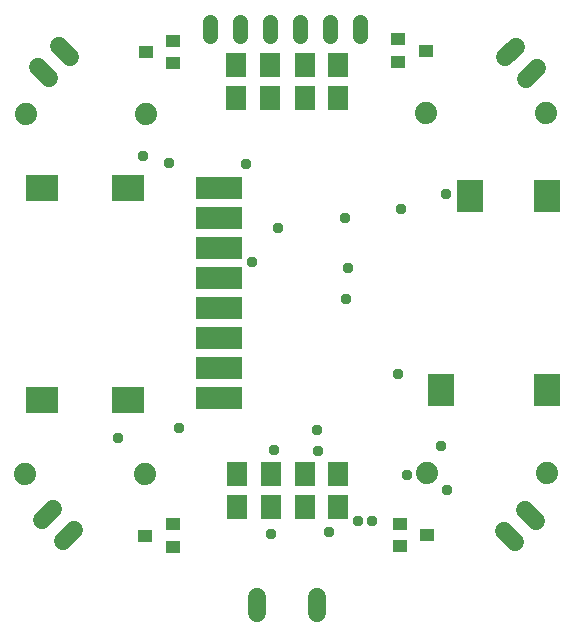
<source format=gts>
G04 EAGLE Gerber X2 export*
%TF.Part,Single*%
%TF.FileFunction,Soldermask,Top,1*%
%TF.FilePolarity,Negative*%
%TF.GenerationSoftware,Autodesk,EAGLE,9.0.1*%
%TF.CreationDate,2018-06-02T06:43:15Z*%
G75*
%MOMM*%
%FSLAX34Y34*%
%LPD*%
%AMOC8*
5,1,8,0,0,1.08239X$1,22.5*%
G01*
%ADD10C,1.879600*%
%ADD11C,1.511200*%
%ADD12R,1.203200X1.003200*%
%ADD13C,1.311200*%
%ADD14R,4.013200X1.981200*%
%ADD15R,1.803200X2.006200*%
%ADD16C,1.524000*%
%ADD17R,2.203200X2.703200*%
%ADD18R,2.703200X2.203200*%
%ADD19C,0.959600*%


D10*
X131000Y433600D03*
X29400Y433600D03*
X368000Y434400D03*
X469600Y434400D03*
X369000Y129400D03*
X470600Y129400D03*
X129800Y128800D03*
X28200Y128800D03*
D11*
X452647Y463663D02*
X461896Y472912D01*
X443936Y490873D02*
X434687Y481624D01*
D12*
X369100Y77200D03*
X346100Y86700D03*
X346100Y67700D03*
D11*
X52257Y99301D02*
X43008Y90052D01*
X60968Y72092D02*
X70217Y81341D01*
X48377Y463882D02*
X39128Y473131D01*
X57088Y491091D02*
X66337Y481842D01*
D13*
X312100Y500160D02*
X312100Y511240D01*
X286700Y511240D02*
X286700Y500160D01*
X261300Y500160D02*
X261300Y511240D01*
X235900Y511240D02*
X235900Y500160D01*
X210500Y500160D02*
X210500Y511240D01*
X185100Y511240D02*
X185100Y500160D01*
D12*
X130400Y76700D03*
X153400Y67200D03*
X153400Y86200D03*
X130900Y486400D03*
X153900Y476900D03*
X153900Y495900D03*
X367600Y487400D03*
X344600Y496900D03*
X344600Y477900D03*
D11*
X452017Y98715D02*
X461266Y89466D01*
X443306Y71505D02*
X434057Y80754D01*
D14*
X192300Y371200D03*
X192300Y345800D03*
X192300Y320400D03*
X192300Y295000D03*
X192300Y269600D03*
X192300Y244200D03*
X192300Y218800D03*
X192300Y193400D03*
D15*
X207280Y447000D03*
X235720Y447000D03*
X207280Y475000D03*
X235720Y475000D03*
X265280Y475000D03*
X293720Y475000D03*
X293720Y447000D03*
X265280Y447000D03*
X265280Y129000D03*
X293720Y129000D03*
X293720Y101000D03*
X265280Y101000D03*
X236720Y101000D03*
X208280Y101000D03*
X208280Y129000D03*
X236720Y129000D03*
D16*
X275800Y24604D02*
X275800Y11396D01*
X225000Y11396D02*
X225000Y24604D01*
D17*
X380500Y200000D03*
X470500Y200000D03*
X405500Y364000D03*
X470500Y364000D03*
D18*
X43000Y191700D03*
X116000Y191700D03*
X116000Y371300D03*
X43000Y371300D03*
D19*
X384500Y366000D03*
X150500Y392000D03*
X346500Y353000D03*
X351500Y128000D03*
X299500Y346000D03*
X385500Y115000D03*
X107500Y159000D03*
X285500Y80000D03*
X158500Y168000D03*
X239500Y149000D03*
X276500Y148000D03*
X310500Y89000D03*
X275500Y166000D03*
X322500Y89000D03*
X242500Y337000D03*
X215500Y391000D03*
X220500Y308000D03*
X380500Y153000D03*
X128500Y398000D03*
X301500Y303000D03*
X300500Y277000D03*
X344500Y214000D03*
X236500Y78000D03*
M02*

</source>
